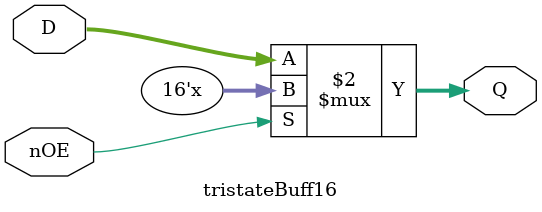
<source format=v>
module tristateBuff1(
	input wire D,
	input wire nOE,
	output wire Q
);

assign Q=nOE==1'b0 ? D : 1'bz ;

endmodule

module tristateBuff8(
	input wire [7:0] D,
	input wire nOE,
	output wire [7:0] Q
);

assign Q=nOE==1'b0 ? D : 8'hz ;

endmodule


module tristateBuff16(
	input wire [15:0] D,
	input wire nOE,
	output wire [15:0] Q
);

assign Q=nOE==1'b0 ? D : 16'hz ;

endmodule

</source>
